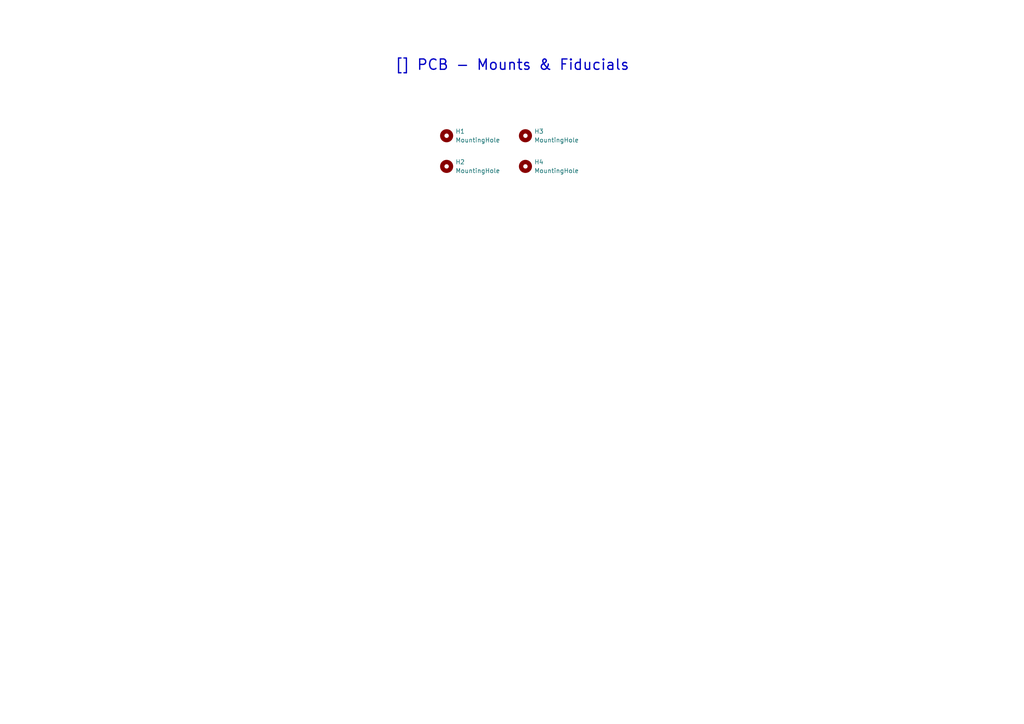
<source format=kicad_sch>
(kicad_sch (version 20250114) (generator "eeschema") (generator_version "9.0")
  (paper "A4")
  (title_block (title "PCB - Mounts & Fiducials") (date "2025-07-13") (rev "1.2") (company "Wattle Labs"))
  (lib_symbols
    (symbol "Mechanical:MountingHole" (pin_names (offset 1.016)) (exclude_from_sim yes) (in_bom no)
      (property "Reference" "H" (at 0 5.08 0))
      (property "Value" "MountingHole" (at 0 3.175 0))
      (symbol "MountingHole_0_1"
        (circle (center 0 0) (radius 1.27) (stroke (width 1.27)))
      )
    )
  )
  (text_box "[${#}] ${TITLE}" (at 12.065 12.065 0) (size 273.05 13.335) (margins 2.2499 2.2499 2.2499 2.2499) (stroke (width -0.0001)) (effects (font (size 3 3) (thickness 0.375))))
  (symbol (lib_id "Mechanical:MountingHole") (at 129.54 39.37 0) (unit 1) (exclude_from_sim yes) (in_bom no)
    (property "Reference" "H1" (at 132.08 38.0999 0) (effects (justify left)))
    (property "Value" "MountingHole" (at 132.08 40.6399 0) (effects (justify left)))
    (property "Footprint" "MountingHole:MountingHole_2.2mm_M2" (effects (hide yes)))
    (property "Description" "Mounting Hole without connection" (effects (hide yes)))
  )
  (symbol (lib_id "Mechanical:MountingHole") (at 152.4 39.37 0) (unit 1) (exclude_from_sim yes) (in_bom no)
    (property "Reference" "H3" (at 154.94 38.0999 0) (effects (justify left)))
    (property "Value" "MountingHole" (at 154.94 40.6399 0) (effects (justify left)))
    (property "Footprint" "MountingHole:MountingHole_2.2mm_M2" (effects (hide yes)))
    (property "Description" "Mounting Hole without connection" (effects (hide yes)))
  )
  (symbol (lib_id "Mechanical:MountingHole") (at 152.4 48.26 0) (unit 1) (exclude_from_sim yes) (in_bom no)
    (property "Reference" "H4" (at 154.94 46.9899 0) (effects (justify left)))
    (property "Value" "MountingHole" (at 154.94 49.5299 0) (effects (justify left)))
    (property "Footprint" "MountingHole:MountingHole_2.2mm_M2" (effects (hide yes)))
    (property "Description" "Mounting Hole without connection" (effects (hide yes)))
  )
  (symbol (lib_id "Mechanical:MountingHole") (at 129.54 48.26 0) (unit 1) (exclude_from_sim yes) (in_bom no)
    (property "Reference" "H2" (at 132.08 46.9899 0) (effects (justify left)))
    (property "Value" "MountingHole" (at 132.08 49.5299 0) (effects (justify left)))
    (property "Footprint" "MountingHole:MountingHole_2.2mm_M2" (effects (hide yes)))
    (property "Description" "Mounting Hole without connection" (effects (hide yes)))
  )
)
</source>
